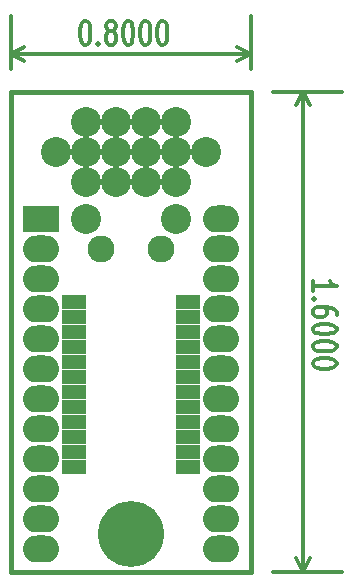
<source format=gts>
G04 (created by PCBNEW-RS274X (2010-05-05 BZR 2356)-stable) date 12/18/10 18:55:01*
G01*
G70*
G90*
%MOIN*%
G04 Gerber Fmt 3.4, Leading zero omitted, Abs format*
%FSLAX34Y34*%
G04 APERTURE LIST*
%ADD10C,0.005000*%
%ADD11C,0.012000*%
%ADD12C,0.015000*%
%ADD13R,0.080000X0.050000*%
%ADD14C,0.100000*%
%ADD15O,0.120000X0.090000*%
%ADD16R,0.120000X0.090000*%
%ADD17C,0.090000*%
%ADD18C,0.220000*%
G04 APERTURE END LIST*
G54D10*
G54D11*
X20065Y-16658D02*
X20065Y-16315D01*
X20065Y-16487D02*
X20865Y-16487D01*
X20751Y-16430D01*
X20675Y-16372D01*
X20637Y-16315D01*
X20141Y-16915D02*
X20103Y-16943D01*
X20065Y-16915D01*
X20103Y-16886D01*
X20141Y-16915D01*
X20065Y-16915D01*
X20865Y-17458D02*
X20865Y-17344D01*
X20827Y-17287D01*
X20789Y-17258D01*
X20675Y-17201D01*
X20522Y-17172D01*
X20218Y-17172D01*
X20141Y-17201D01*
X20103Y-17229D01*
X20065Y-17287D01*
X20065Y-17401D01*
X20103Y-17458D01*
X20141Y-17487D01*
X20218Y-17515D01*
X20408Y-17515D01*
X20484Y-17487D01*
X20522Y-17458D01*
X20560Y-17401D01*
X20560Y-17287D01*
X20522Y-17229D01*
X20484Y-17201D01*
X20408Y-17172D01*
X20865Y-17886D02*
X20865Y-17943D01*
X20827Y-18000D01*
X20789Y-18029D01*
X20713Y-18058D01*
X20560Y-18086D01*
X20370Y-18086D01*
X20218Y-18058D01*
X20141Y-18029D01*
X20103Y-18000D01*
X20065Y-17943D01*
X20065Y-17886D01*
X20103Y-17829D01*
X20141Y-17800D01*
X20218Y-17772D01*
X20370Y-17743D01*
X20560Y-17743D01*
X20713Y-17772D01*
X20789Y-17800D01*
X20827Y-17829D01*
X20865Y-17886D01*
X20865Y-18457D02*
X20865Y-18514D01*
X20827Y-18571D01*
X20789Y-18600D01*
X20713Y-18629D01*
X20560Y-18657D01*
X20370Y-18657D01*
X20218Y-18629D01*
X20141Y-18600D01*
X20103Y-18571D01*
X20065Y-18514D01*
X20065Y-18457D01*
X20103Y-18400D01*
X20141Y-18371D01*
X20218Y-18343D01*
X20370Y-18314D01*
X20560Y-18314D01*
X20713Y-18343D01*
X20789Y-18371D01*
X20827Y-18400D01*
X20865Y-18457D01*
X20865Y-19028D02*
X20865Y-19085D01*
X20827Y-19142D01*
X20789Y-19171D01*
X20713Y-19200D01*
X20560Y-19228D01*
X20370Y-19228D01*
X20218Y-19200D01*
X20141Y-19171D01*
X20103Y-19142D01*
X20065Y-19085D01*
X20065Y-19028D01*
X20103Y-18971D01*
X20141Y-18942D01*
X20218Y-18914D01*
X20370Y-18885D01*
X20560Y-18885D01*
X20713Y-18914D01*
X20789Y-18942D01*
X20827Y-18971D01*
X20865Y-19028D01*
X19749Y-10000D02*
X19749Y-26000D01*
X18750Y-10000D02*
X21029Y-10000D01*
X18750Y-26000D02*
X21029Y-26000D01*
X19749Y-26000D02*
X19519Y-25557D01*
X19749Y-26000D02*
X19979Y-25557D01*
X19749Y-10000D02*
X19519Y-10443D01*
X19749Y-10000D02*
X19979Y-10443D01*
X12458Y-07635D02*
X12515Y-07635D01*
X12572Y-07673D01*
X12601Y-07711D01*
X12630Y-07787D01*
X12658Y-07940D01*
X12658Y-08130D01*
X12630Y-08282D01*
X12601Y-08359D01*
X12572Y-08397D01*
X12515Y-08435D01*
X12458Y-08435D01*
X12401Y-08397D01*
X12372Y-08359D01*
X12344Y-08282D01*
X12315Y-08130D01*
X12315Y-07940D01*
X12344Y-07787D01*
X12372Y-07711D01*
X12401Y-07673D01*
X12458Y-07635D01*
X12915Y-08359D02*
X12943Y-08397D01*
X12915Y-08435D01*
X12886Y-08397D01*
X12915Y-08359D01*
X12915Y-08435D01*
X13287Y-07978D02*
X13229Y-07940D01*
X13201Y-07901D01*
X13172Y-07825D01*
X13172Y-07787D01*
X13201Y-07711D01*
X13229Y-07673D01*
X13287Y-07635D01*
X13401Y-07635D01*
X13458Y-07673D01*
X13487Y-07711D01*
X13515Y-07787D01*
X13515Y-07825D01*
X13487Y-07901D01*
X13458Y-07940D01*
X13401Y-07978D01*
X13287Y-07978D01*
X13229Y-08016D01*
X13201Y-08054D01*
X13172Y-08130D01*
X13172Y-08282D01*
X13201Y-08359D01*
X13229Y-08397D01*
X13287Y-08435D01*
X13401Y-08435D01*
X13458Y-08397D01*
X13487Y-08359D01*
X13515Y-08282D01*
X13515Y-08130D01*
X13487Y-08054D01*
X13458Y-08016D01*
X13401Y-07978D01*
X13886Y-07635D02*
X13943Y-07635D01*
X14000Y-07673D01*
X14029Y-07711D01*
X14058Y-07787D01*
X14086Y-07940D01*
X14086Y-08130D01*
X14058Y-08282D01*
X14029Y-08359D01*
X14000Y-08397D01*
X13943Y-08435D01*
X13886Y-08435D01*
X13829Y-08397D01*
X13800Y-08359D01*
X13772Y-08282D01*
X13743Y-08130D01*
X13743Y-07940D01*
X13772Y-07787D01*
X13800Y-07711D01*
X13829Y-07673D01*
X13886Y-07635D01*
X14457Y-07635D02*
X14514Y-07635D01*
X14571Y-07673D01*
X14600Y-07711D01*
X14629Y-07787D01*
X14657Y-07940D01*
X14657Y-08130D01*
X14629Y-08282D01*
X14600Y-08359D01*
X14571Y-08397D01*
X14514Y-08435D01*
X14457Y-08435D01*
X14400Y-08397D01*
X14371Y-08359D01*
X14343Y-08282D01*
X14314Y-08130D01*
X14314Y-07940D01*
X14343Y-07787D01*
X14371Y-07711D01*
X14400Y-07673D01*
X14457Y-07635D01*
X15028Y-07635D02*
X15085Y-07635D01*
X15142Y-07673D01*
X15171Y-07711D01*
X15200Y-07787D01*
X15228Y-07940D01*
X15228Y-08130D01*
X15200Y-08282D01*
X15171Y-08359D01*
X15142Y-08397D01*
X15085Y-08435D01*
X15028Y-08435D01*
X14971Y-08397D01*
X14942Y-08359D01*
X14914Y-08282D01*
X14885Y-08130D01*
X14885Y-07940D01*
X14914Y-07787D01*
X14942Y-07711D01*
X14971Y-07673D01*
X15028Y-07635D01*
X10000Y-08751D02*
X18000Y-08751D01*
X10000Y-09250D02*
X10000Y-07471D01*
X18000Y-09250D02*
X18000Y-07471D01*
X18000Y-08751D02*
X17557Y-08981D01*
X18000Y-08751D02*
X17557Y-08521D01*
X10000Y-08751D02*
X10443Y-08981D01*
X10000Y-08751D02*
X10443Y-08521D01*
G54D12*
X10000Y-26000D02*
X10000Y-10000D01*
X18000Y-26000D02*
X10000Y-26000D01*
X18000Y-10000D02*
X18000Y-26000D01*
X10000Y-10000D02*
X18000Y-10000D01*
G54D13*
X12100Y-17000D03*
X12100Y-17500D03*
X12100Y-18000D03*
X12100Y-18500D03*
X12100Y-19000D03*
X12100Y-19500D03*
X12100Y-20000D03*
X12100Y-20500D03*
X12100Y-21000D03*
X12100Y-21500D03*
X12100Y-22000D03*
X12100Y-22500D03*
X15900Y-17000D03*
X15900Y-17500D03*
X15900Y-18000D03*
X15900Y-18500D03*
X15900Y-19000D03*
X15900Y-19500D03*
X15900Y-20000D03*
X15900Y-20500D03*
X15900Y-21000D03*
X15900Y-21500D03*
X15900Y-22000D03*
X15900Y-22500D03*
G54D14*
X12500Y-14250D03*
X15500Y-14250D03*
G54D15*
X17000Y-14250D03*
X17000Y-15250D03*
X17000Y-16250D03*
X17000Y-17250D03*
X17000Y-18250D03*
X17000Y-19250D03*
X17000Y-20250D03*
X17000Y-21250D03*
X17000Y-22250D03*
X17000Y-23250D03*
X17000Y-24250D03*
X17000Y-25250D03*
G54D16*
X11000Y-14250D03*
G54D15*
X11000Y-15250D03*
X11000Y-16250D03*
X11000Y-17250D03*
X11000Y-18250D03*
X11000Y-19250D03*
X11000Y-20250D03*
X11000Y-21250D03*
X11000Y-22250D03*
X11000Y-23250D03*
X11000Y-24250D03*
X11000Y-25250D03*
G54D17*
X13000Y-15250D03*
X15000Y-15250D03*
G54D14*
X12500Y-11000D03*
X16500Y-12000D03*
X12500Y-13000D03*
X12500Y-12000D03*
X13500Y-11000D03*
X13500Y-13000D03*
X13500Y-12000D03*
X11500Y-12000D03*
X14500Y-13000D03*
X14500Y-11000D03*
X14500Y-12000D03*
X15500Y-12000D03*
X15500Y-11000D03*
X15500Y-13000D03*
G54D18*
X14000Y-24750D03*
M02*

</source>
